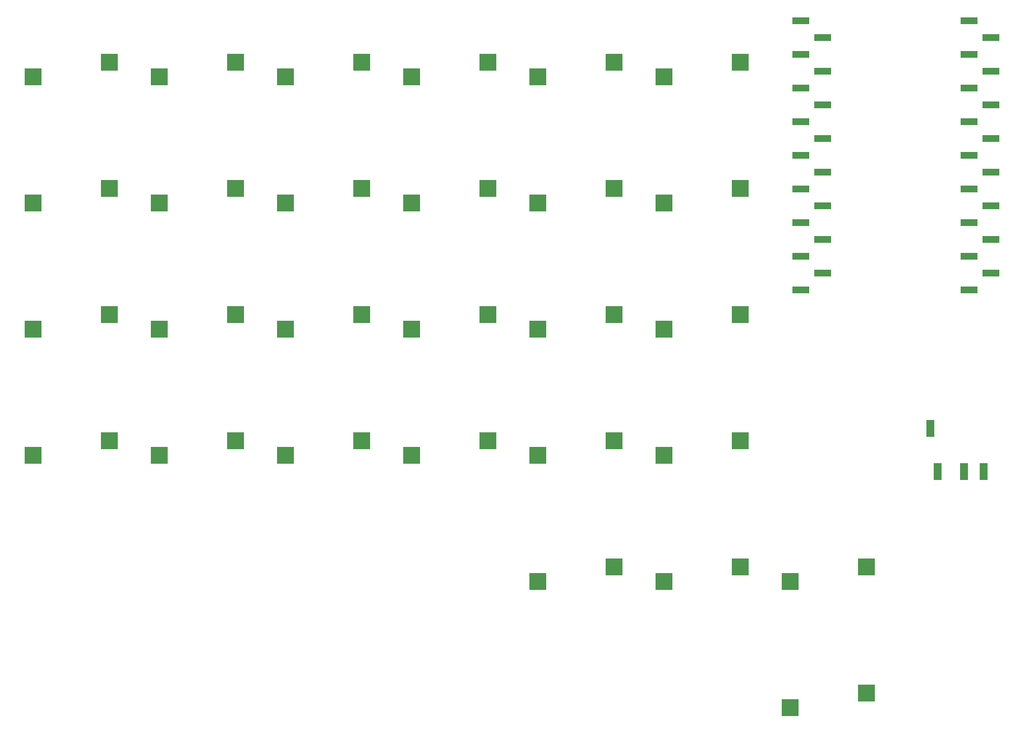
<source format=gbr>
%TF.GenerationSoftware,KiCad,Pcbnew,7.0.9*%
%TF.CreationDate,2024-11-16T13:28:32+01:00*%
%TF.ProjectId,ErgoBoard,4572676f-426f-4617-9264-2e6b69636164,rev?*%
%TF.SameCoordinates,Original*%
%TF.FileFunction,Paste,Top*%
%TF.FilePolarity,Positive*%
%FSLAX46Y46*%
G04 Gerber Fmt 4.6, Leading zero omitted, Abs format (unit mm)*
G04 Created by KiCad (PCBNEW 7.0.9) date 2024-11-16 13:28:32*
%MOMM*%
%LPD*%
G01*
G04 APERTURE LIST*
%ADD10R,1.200000X2.500000*%
%ADD11R,2.510000X1.000000*%
%ADD12R,2.600000X2.600000*%
G04 APERTURE END LIST*
D10*
%TO.C,JackL1*%
X251575000Y-118820000D03*
X254575000Y-118820000D03*
X246475000Y-112320000D03*
X247575000Y-118820000D03*
%TD*%
D11*
%TO.C,GG12*%
X226915000Y-50800000D03*
X252375000Y-50800000D03*
X230225000Y-53340000D03*
X255685000Y-53340000D03*
X226915000Y-55880000D03*
X252375000Y-55880000D03*
X230225000Y-58420000D03*
X255685000Y-58420000D03*
X226915000Y-60960000D03*
X252375000Y-60960000D03*
X230225000Y-63500000D03*
X255685000Y-63500000D03*
X226915000Y-66040000D03*
X252375000Y-66040000D03*
X230225000Y-68580000D03*
X255685000Y-68580000D03*
X226915000Y-71120000D03*
X252375000Y-71120000D03*
X230225000Y-73660000D03*
X255685000Y-73660000D03*
X226915000Y-76200000D03*
X252375000Y-76200000D03*
X230225000Y-78740000D03*
X255685000Y-78740000D03*
X226915000Y-81280000D03*
X252375000Y-81280000D03*
X230225000Y-83820000D03*
X255685000Y-83820000D03*
X226915000Y-86360000D03*
X252375000Y-86360000D03*
X230225000Y-88900000D03*
X255685000Y-88900000D03*
X226915000Y-91440000D03*
X252375000Y-91440000D03*
%TD*%
D12*
%TO.C,SW19*%
X111025000Y-116440000D03*
X122575000Y-114240000D03*
%TD*%
%TO.C,SW16*%
X168175000Y-97390000D03*
X179725000Y-95190000D03*
%TD*%
%TO.C,SW2*%
X130075000Y-59290000D03*
X141625000Y-57090000D03*
%TD*%
%TO.C,SW25*%
X187225000Y-135490000D03*
X198775000Y-133290000D03*
%TD*%
%TO.C,SW5*%
X187225000Y-59290000D03*
X198775000Y-57090000D03*
%TD*%
%TO.C,SW10*%
X168175000Y-78340000D03*
X179725000Y-76140000D03*
%TD*%
%TO.C,SW12*%
X206275000Y-78340000D03*
X217825000Y-76140000D03*
%TD*%
%TO.C,SW3*%
X149125000Y-59290000D03*
X160675000Y-57090000D03*
%TD*%
%TO.C,SW24*%
X206275000Y-116440000D03*
X217825000Y-114240000D03*
%TD*%
%TO.C,SW4*%
X168175000Y-59290000D03*
X179725000Y-57090000D03*
%TD*%
%TO.C,SW7*%
X111025000Y-78340000D03*
X122575000Y-76140000D03*
%TD*%
%TO.C,SW23*%
X187225000Y-116440000D03*
X198775000Y-114240000D03*
%TD*%
%TO.C,SW18*%
X206275000Y-97390000D03*
X217825000Y-95190000D03*
%TD*%
%TO.C,SW9*%
X149125000Y-78340000D03*
X160675000Y-76140000D03*
%TD*%
%TO.C,SW21*%
X149125000Y-116440000D03*
X160675000Y-114240000D03*
%TD*%
%TO.C,SW11*%
X187225000Y-78340000D03*
X198775000Y-76140000D03*
%TD*%
%TO.C,SW6*%
X206275000Y-59290000D03*
X217825000Y-57090000D03*
%TD*%
%TO.C,SW15*%
X149125000Y-97390000D03*
X160675000Y-95190000D03*
%TD*%
%TO.C,SW1*%
X111025000Y-59290000D03*
X122575000Y-57090000D03*
%TD*%
%TO.C,SW27*%
X225325000Y-135490000D03*
X236875000Y-133290000D03*
%TD*%
%TO.C,SW26*%
X206275000Y-135490000D03*
X217825000Y-133290000D03*
%TD*%
%TO.C,SW28*%
X225325000Y-154540000D03*
X236875000Y-152340000D03*
%TD*%
%TO.C,SW17*%
X187225000Y-97390000D03*
X198775000Y-95190000D03*
%TD*%
%TO.C,SW13*%
X111025000Y-97390000D03*
X122575000Y-95190000D03*
%TD*%
%TO.C,SW14*%
X130075000Y-97390000D03*
X141625000Y-95190000D03*
%TD*%
%TO.C,SW8*%
X130075000Y-78340000D03*
X141625000Y-76140000D03*
%TD*%
%TO.C,SW20*%
X130075000Y-116440000D03*
X141625000Y-114240000D03*
%TD*%
%TO.C,SW22*%
X168175000Y-116440000D03*
X179725000Y-114240000D03*
%TD*%
M02*

</source>
